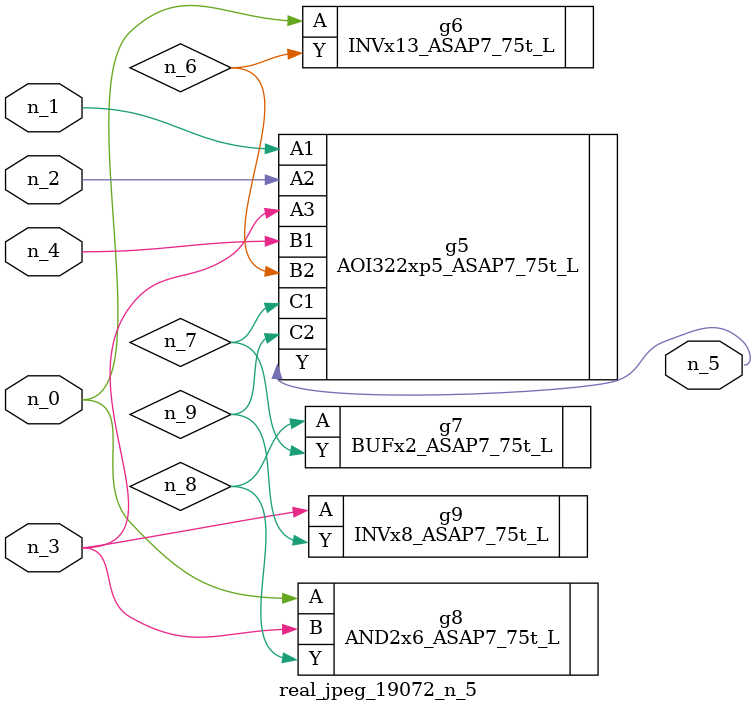
<source format=v>
module real_jpeg_19072_n_5 (n_4, n_0, n_1, n_2, n_3, n_5);

input n_4;
input n_0;
input n_1;
input n_2;
input n_3;

output n_5;

wire n_8;
wire n_6;
wire n_7;
wire n_9;

INVx13_ASAP7_75t_L g6 ( 
.A(n_0),
.Y(n_6)
);

AND2x6_ASAP7_75t_L g8 ( 
.A(n_0),
.B(n_3),
.Y(n_8)
);

AOI322xp5_ASAP7_75t_L g5 ( 
.A1(n_1),
.A2(n_2),
.A3(n_3),
.B1(n_4),
.B2(n_6),
.C1(n_7),
.C2(n_9),
.Y(n_5)
);

INVx8_ASAP7_75t_L g9 ( 
.A(n_3),
.Y(n_9)
);

BUFx2_ASAP7_75t_L g7 ( 
.A(n_8),
.Y(n_7)
);


endmodule
</source>
